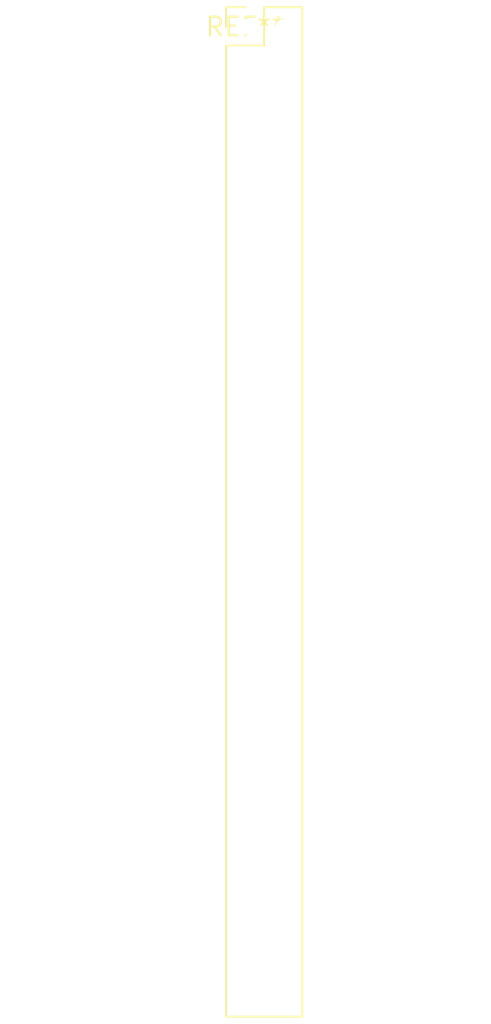
<source format=kicad_pcb>
(kicad_pcb (version 20240108) (generator pcbnew)
  (layers (0 "F.Cu" signal) (31 "B.Cu" signal) (34 "B.Paste" user) (35 "F.Paste" user) (36 "B.SilkS" user "B.Silkscreen") (37 "F.SilkS" user "F.Silkscreen") (38 "B.Mask" user) (39 "F.Mask" user) (44 "Edge.Cuts" user))
  (net 0 "")
  (footprint "PinHeader_2x27_P2.54mm_Vertical" (layer "F.Cu") (at 0 0)
    (property "Reference" "REF**")
    (property "Value" "PinHeader_2x27_P2.54mm_Vertical")
    (fp_line (start -1.33 -1.33) (end 0 -1.33) (layer "F.SilkS") (stroke (width 0.12)))
    (fp_line (start -1.33 0) (end -1.33 -1.33) (layer "F.SilkS") (stroke (width 0.12)))
    (fp_line (start -1.33 1.27) (end -1.33 67.37) (layer "F.SilkS") (stroke (width 0.12)))
    (fp_line (start -1.33 1.27) (end 1.27 1.27) (layer "F.SilkS") (stroke (width 0.12)))
    (fp_line (start -1.33 67.37) (end 3.87 67.37) (layer "F.SilkS") (stroke (width 0.12)))
    (fp_line (start 1.27 -1.33) (end 3.87 -1.33) (layer "F.SilkS") (stroke (width 0.12)))
    (fp_line (start 1.27 1.27) (end 1.27 -1.33) (layer "F.SilkS") (stroke (width 0.12)))
    (fp_line (start 3.87 -1.33) (end 3.87 67.37) (layer "F.SilkS") (stroke (width 0.12)))
    (pad "1" thru_hole rect (at 0 0) (size 1.7 1.7) (drill 1) (layers *.Cu *.Mask) (remove_unused_layers))
    (pad "2" thru_hole oval (at 2.54 0) (size 1.7 1.7) (drill 1) (layers *.Cu *.Mask) (remove_unused_layers))
    (pad "3" thru_hole oval (at 0 2.54) (size 1.7 1.7) (drill 1) (layers *.Cu *.Mask) (remove_unused_layers))
    (pad "4" thru_hole oval (at 2.54 2.54) (size 1.7 1.7) (drill 1) (layers *.Cu *.Mask) (remove_unused_layers))
    (pad "5" thru_hole oval (at 0 5.08) (size 1.7 1.7) (drill 1) (layers *.Cu *.Mask) (remove_unused_layers))
    (pad "6" thru_hole oval (at 2.54 5.08) (size 1.7 1.7) (drill 1) (layers *.Cu *.Mask) (remove_unused_layers))
    (pad "7" thru_hole oval (at 0 7.62) (size 1.7 1.7) (drill 1) (layers *.Cu *.Mask) (remove_unused_layers))
    (pad "8" thru_hole oval (at 2.54 7.62) (size 1.7 1.7) (drill 1) (layers *.Cu *.Mask) (remove_unused_layers))
    (pad "9" thru_hole oval (at 0 10.16) (size 1.7 1.7) (drill 1) (layers *.Cu *.Mask) (remove_unused_layers))
    (pad "10" thru_hole oval (at 2.54 10.16) (size 1.7 1.7) (drill 1) (layers *.Cu *.Mask) (remove_unused_layers))
    (pad "11" thru_hole oval (at 0 12.7) (size 1.7 1.7) (drill 1) (layers *.Cu *.Mask) (remove_unused_layers))
    (pad "12" thru_hole oval (at 2.54 12.7) (size 1.7 1.7) (drill 1) (layers *.Cu *.Mask) (remove_unused_layers))
    (pad "13" thru_hole oval (at 0 15.24) (size 1.7 1.7) (drill 1) (layers *.Cu *.Mask) (remove_unused_layers))
    (pad "14" thru_hole oval (at 2.54 15.24) (size 1.7 1.7) (drill 1) (layers *.Cu *.Mask) (remove_unused_layers))
    (pad "15" thru_hole oval (at 0 17.78) (size 1.7 1.7) (drill 1) (layers *.Cu *.Mask) (remove_unused_layers))
    (pad "16" thru_hole oval (at 2.54 17.78) (size 1.7 1.7) (drill 1) (layers *.Cu *.Mask) (remove_unused_layers))
    (pad "17" thru_hole oval (at 0 20.32) (size 1.7 1.7) (drill 1) (layers *.Cu *.Mask) (remove_unused_layers))
    (pad "18" thru_hole oval (at 2.54 20.32) (size 1.7 1.7) (drill 1) (layers *.Cu *.Mask) (remove_unused_layers))
    (pad "19" thru_hole oval (at 0 22.86) (size 1.7 1.7) (drill 1) (layers *.Cu *.Mask) (remove_unused_layers))
    (pad "20" thru_hole oval (at 2.54 22.86) (size 1.7 1.7) (drill 1) (layers *.Cu *.Mask) (remove_unused_layers))
    (pad "21" thru_hole oval (at 0 25.4) (size 1.7 1.7) (drill 1) (layers *.Cu *.Mask) (remove_unused_layers))
    (pad "22" thru_hole oval (at 2.54 25.4) (size 1.7 1.7) (drill 1) (layers *.Cu *.Mask) (remove_unused_layers))
    (pad "23" thru_hole oval (at 0 27.94) (size 1.7 1.7) (drill 1) (layers *.Cu *.Mask) (remove_unused_layers))
    (pad "24" thru_hole oval (at 2.54 27.94) (size 1.7 1.7) (drill 1) (layers *.Cu *.Mask) (remove_unused_layers))
    (pad "25" thru_hole oval (at 0 30.48) (size 1.7 1.7) (drill 1) (layers *.Cu *.Mask) (remove_unused_layers))
    (pad "26" thru_hole oval (at 2.54 30.48) (size 1.7 1.7) (drill 1) (layers *.Cu *.Mask) (remove_unused_layers))
    (pad "27" thru_hole oval (at 0 33.02) (size 1.7 1.7) (drill 1) (layers *.Cu *.Mask) (remove_unused_layers))
    (pad "28" thru_hole oval (at 2.54 33.02) (size 1.7 1.7) (drill 1) (layers *.Cu *.Mask) (remove_unused_layers))
    (pad "29" thru_hole oval (at 0 35.56) (size 1.7 1.7) (drill 1) (layers *.Cu *.Mask) (remove_unused_layers))
    (pad "30" thru_hole oval (at 2.54 35.56) (size 1.7 1.7) (drill 1) (layers *.Cu *.Mask) (remove_unused_layers))
    (pad "31" thru_hole oval (at 0 38.1) (size 1.7 1.7) (drill 1) (layers *.Cu *.Mask) (remove_unused_layers))
    (pad "32" thru_hole oval (at 2.54 38.1) (size 1.7 1.7) (drill 1) (layers *.Cu *.Mask) (remove_unused_layers))
    (pad "33" thru_hole oval (at 0 40.64) (size 1.7 1.7) (drill 1) (layers *.Cu *.Mask) (remove_unused_layers))
    (pad "34" thru_hole oval (at 2.54 40.64) (size 1.7 1.7) (drill 1) (layers *.Cu *.Mask) (remove_unused_layers))
    (pad "35" thru_hole oval (at 0 43.18) (size 1.7 1.7) (drill 1) (layers *.Cu *.Mask) (remove_unused_layers))
    (pad "36" thru_hole oval (at 2.54 43.18) (size 1.7 1.7) (drill 1) (layers *.Cu *.Mask) (remove_unused_layers))
    (pad "37" thru_hole oval (at 0 45.72) (size 1.7 1.7) (drill 1) (layers *.Cu *.Mask) (remove_unused_layers))
    (pad "38" thru_hole oval (at 2.54 45.72) (size 1.7 1.7) (drill 1) (layers *.Cu *.Mask) (remove_unused_layers))
    (pad "39" thru_hole oval (at 0 48.26) (size 1.7 1.7) (drill 1) (layers *.Cu *.Mask) (remove_unused_layers))
    (pad "40" thru_hole oval (at 2.54 48.26) (size 1.7 1.7) (drill 1) (layers *.Cu *.Mask) (remove_unused_layers))
    (pad "41" thru_hole oval (at 0 50.8) (size 1.7 1.7) (drill 1) (layers *.Cu *.Mask) (remove_unused_layers))
    (pad "42" thru_hole oval (at 2.54 50.8) (size 1.7 1.7) (drill 1) (layers *.Cu *.Mask) (remove_unused_layers))
    (pad "43" thru_hole oval (at 0 53.34) (size 1.7 1.7) (drill 1) (layers *.Cu *.Mask) (remove_unused_layers))
    (pad "44" thru_hole oval (at 2.54 53.34) (size 1.7 1.7) (drill 1) (layers *.Cu *.Mask) (remove_unused_layers))
    (pad "45" thru_hole oval (at 0 55.88) (size 1.7 1.7) (drill 1) (layers *.Cu *.Mask) (remove_unused_layers))
    (pad "46" thru_hole oval (at 2.54 55.88) (size 1.7 1.7) (drill 1) (layers *.Cu *.Mask) (remove_unused_layers))
    (pad "47" thru_hole oval (at 0 58.42) (size 1.7 1.7) (drill 1) (layers *.Cu *.Mask) (remove_unused_layers))
    (pad "48" thru_hole oval (at 2.54 58.42) (size 1.7 1.7) (drill 1) (layers *.Cu *.Mask) (remove_unused_layers))
    (pad "49" thru_hole oval (at 0 60.96) (size 1.7 1.7) (drill 1) (layers *.Cu *.Mask) (remove_unused_layers))
    (pad "50" thru_hole oval (at 2.54 60.96) (size 1.7 1.7) (drill 1) (layers *.Cu *.Mask) (remove_unused_layers))
    (pad "51" thru_hole oval (at 0 63.5) (size 1.7 1.7) (drill 1) (layers *.Cu *.Mask) (remove_unused_layers))
    (pad "52" thru_hole oval (at 2.54 63.5) (size 1.7 1.7) (drill 1) (layers *.Cu *.Mask) (remove_unused_layers))
    (pad "53" thru_hole oval (at 0 66.04) (size 1.7 1.7) (drill 1) (layers *.Cu *.Mask) (remove_unused_layers))
    (pad "54" thru_hole oval (at 2.54 66.04) (size 1.7 1.7) (drill 1) (layers *.Cu *.Mask) (remove_unused_layers))
  )
)
</source>
